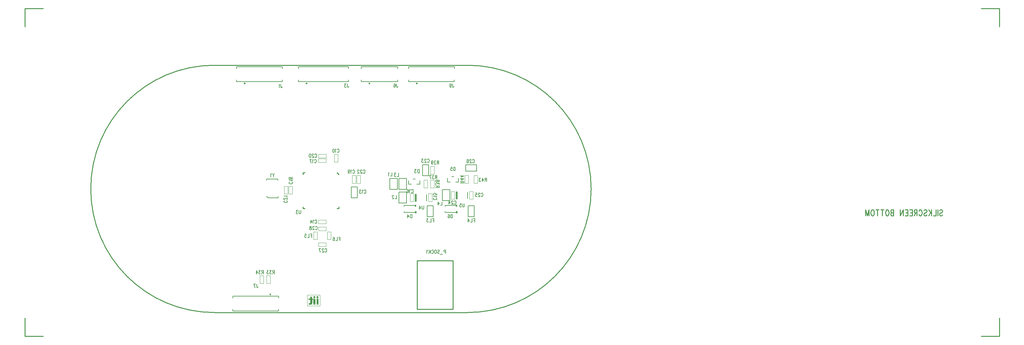
<source format=gbr>
*
*
G04 PADS 9.4.1 Build Number: 494907 generated Gerber (RS-274-X) file*
G04 PC Version=2.1*
*
%IN "JOG.pcb"*%
*
%MOIN*%
*
%FSLAX35Y35*%
*
*
*
*
G04 PC Standard Apertures*
*
*
G04 Thermal Relief Aperture macro.*
%AMTER*
1,1,$1,0,0*
1,0,$1-$2,0,0*
21,0,$3,$4,0,0,45*
21,0,$3,$4,0,0,135*
%
*
*
G04 Annular Aperture macro.*
%AMANN*
1,1,$1,0,0*
1,0,$2,0,0*
%
*
*
G04 Odd Aperture macro.*
%AMODD*
1,1,$1,0,0*
1,0,$1-0.005,0,0*
%
*
*
G04 PC Custom Aperture Macros*
*
*
*
*
*
*
G04 PC Aperture Table*
*
%ADD010C,0.001*%
%ADD011C,0.004*%
%ADD012C,0.01*%
%ADD014C,0.006*%
%ADD015C,0.00591*%
%ADD016C,0.01575*%
%ADD017C,0.00787*%
%ADD022C,0.008*%
*
*
*
*
G04 PC Circuitry*
G04 Layer Name JOG.pcb - circuitry*
%LPD*%
*
*
G04 PC Custom Flashes*
G04 Layer Name JOG.pcb - flashes*
%LPD*%
*
*
G04 PC Circuitry*
G04 Layer Name JOG.pcb - circuitry*
%LPD*%
*
G54D10*
G54D11*
G01X1804654Y1619948D02*
X1808654D01*
Y1611548*
X1804654*
Y1619948*
X1795854Y1547748D02*
Y1543748D01*
X1787454*
Y1547748*
X1795854*
X1912000Y1568300D02*
X1908000D01*
Y1576700*
X1912000*
Y1568300*
X1888000Y1576700D02*
X1892000D01*
Y1568300*
X1888000*
Y1576700*
X1795854Y1615248D02*
Y1611248D01*
X1787454*
Y1615248*
X1795854*
X1758654Y1576548D02*
X1754654D01*
Y1584948*
X1758654*
Y1576548*
X1824500Y1596700D02*
X1828500D01*
Y1588300*
X1824500*
Y1596700*
X1795854Y1620248D02*
Y1616248D01*
X1787454*
Y1620248*
X1795854*
X1753654Y1576548D02*
X1749654D01*
Y1584948*
X1753654*
Y1576548*
X1829500Y1596700D02*
X1833500D01*
Y1588300*
X1829500*
Y1596700*
X1933000Y1579200D02*
X1937000D01*
Y1570800*
X1933000*
Y1579200*
X1957000Y1570800D02*
X1953000D01*
Y1579200*
X1957000*
Y1570800*
X1787454Y1518748D02*
Y1522748D01*
X1795854*
Y1518748*
X1787454*
Y1536248D02*
Y1540248D01*
X1795854*
Y1536248*
X1787454*
X1786154Y1526548D02*
X1782154D01*
Y1534948*
X1786154*
Y1526548*
X1801154D02*
X1797154D01*
Y1534948*
X1801154*
Y1526548*
X1734500Y1478300D02*
X1730500D01*
Y1486700*
X1734500*
Y1478300*
X1723000Y1486700D02*
X1727000D01*
Y1478300*
X1723000*
Y1486700*
X1903000Y1591700D02*
X1907000D01*
Y1583300*
X1903000*
Y1591700*
X1914500Y1583300D02*
X1910500D01*
Y1591700*
X1914500*
Y1583300*
Y1598300D02*
X1910500D01*
Y1606700*
X1914500*
Y1598300*
X1958000Y1596700D02*
X1962000D01*
Y1588300*
X1958000*
Y1596700*
X1948000D02*
X1952000D01*
Y1588300*
X1948000*
Y1596700*
X1775677Y1465355D02*
Y1465341D01*
X1775620*
Y1465328*
X1775555*
Y1465315*
X1775503*
Y1465302*
X1775464*
Y1465289*
X1775437*
Y1465276*
X1775398*
Y1465263*
X1775372*
Y1465250*
X1775346*
Y1465237*
X1775320*
Y1465224*
X1775307*
Y1465211*
X1775281*
Y1465198*
X1775255*
Y1465185*
X1775242*
Y1465172*
X1775229*
Y1465159*
X1775203*
Y1465146*
X1775190*
Y1465133*
X1775177*
Y1465120*
X1775164*
Y1465107*
X1775151*
Y1465094*
X1775138*
Y1465081*
X1775125*
Y1465068*
X1775112*
Y1465055*
X1775099*
Y1465042*
X1775086*
Y1465029*
X1775073*
Y1465003*
X1775060*
Y1464990*
X1775047*
Y1464964*
X1775034*
Y1464951*
X1775021*
Y1464924*
X1775008*
Y1464898*
X1774995*
Y1464872*
X1774982*
Y1464846*
X1774969*
Y1464807*
X1774956*
Y1464768*
X1774943*
Y1464716*
X1774930*
Y1454143*
X1774943*
Y1454091*
X1774956*
Y1454052*
X1774969*
Y1454013*
X1774982*
Y1453987*
X1774995*
Y1453961*
X1775008*
Y1453935*
X1775021*
Y1453909*
X1775034*
Y1453896*
X1775047*
Y1453870*
X1775060*
Y1453857*
X1775073*
Y1453831*
X1775086*
Y1453818*
X1775099*
Y1453805*
X1775112*
Y1453792*
X1775125*
Y1453779*
X1775138*
Y1453766*
X1775151*
Y1453753*
X1775164*
Y1453740*
X1775177*
Y1453727*
X1775190*
Y1453714*
X1775203*
Y1453701*
X1775229*
Y1453687*
X1775229D02*
X1775242D01*
X1775242D02*
Y1453674D01*
X1775255*
Y1453661*
X1775281*
Y1453648*
X1775307*
Y1453635*
X1775320*
Y1453622*
X1775346*
Y1453609*
X1775372*
Y1453596*
X1775398*
Y1453583*
X1775437*
Y1453570*
X1775464*
Y1453557*
X1775516*
Y1453544*
X1775633*
Y1453531*
X1789083*
Y1464703*
X1789070*
Y1464768*
X1789057*
Y1464807*
X1789044*
Y1464846*
X1789031*
Y1464872*
X1789018*
Y1464898*
X1789005*
Y1464924*
X1788992*
Y1464951*
X1788979*
Y1464964*
X1788966*
Y1464990*
X1788953*
Y1465003*
X1788940*
Y1465016*
X1788927*
Y1465042*
X1788914*
Y1465055*
X1788901*
Y1465068*
X1788888*
Y1465081*
X1788875*
Y1465094*
X1788862*
Y1465107*
X1788849*
Y1465120*
X1788836*
Y1465133*
X1788823*
Y1465146*
X1788810*
Y1465159*
X1788784*
Y1465172*
X1788771*
Y1465185*
X1788745*
Y1465198*
X1788732*
Y1465211*
X1788706*
Y1465224*
X1788693*
Y1465237*
X1788667*
Y1465250*
X1788641*
Y1465263*
X1788615*
Y1465276*
X1788576*
Y1465289*
X1788549*
Y1465302*
X1788497*
Y1465315*
X1788458*
Y1465328*
X1788393*
Y1465341*
X1788338*
Y1465354*
X1775677Y1465355*
X1778471Y1463505D02*
Y1461370D01*
X1776779*
Y1460367*
X1778471*
Y1456930*
X1778458*
Y1456786*
X1778445*
Y1456695*
X1778432*
Y1456643*
X1778419*
Y1456591*
X1778406*
Y1456539*
X1778393*
Y1456500*
X1778380*
Y1456474*
X1778367*
Y1456448*
X1778354*
Y1456422*
X1778341*
Y1456396*
X1778328*
Y1456370*
X1778315*
Y1456357*
X1778302*
Y1456331*
X1778289*
Y1456318*
X1778276*
Y1456305*
X1778263*
Y1456292*
X1778250*
Y1456279*
X1778237*
Y1456266*
X1778224*
Y1456253*
X1778211*
Y1456240*
X1778185*
Y1456227*
X1778172*
Y1456214*
X1778146*
Y1456201*
X1778120*
Y1456187*
X1778094*
Y1456174*
X1778068*
Y1456161*
X1778029*
Y1456148*
X1777977*
Y1456135*
X1777924*
Y1456122*
X1777833*
Y1456109*
X1777443*
Y1456122*
X1777326*
Y1456135*
X1777234*
Y1456148*
X1777169*
Y1456161*
X1777104*
Y1456174*
X1777039*
Y1456187*
X1776987*
Y1456201*
X1776935*
Y1456214*
X1776896*
Y1456227*
X1776844*
Y1456240*
X1776831*
Y1455211*
X1776857*
Y1455198*
X1776883*
Y1455185*
X1776922*
Y1455172*
X1776961*
Y1455159*
X1777000*
Y1455146*
X1777039*
Y1455133*
X1777091*
Y1455120*
X1777143*
Y1455107*
X1777195*
Y1455094*
X1777260*
Y1455081*
X1777326*
Y1455068*
X1777391*
Y1455055*
X1777469*
Y1455042*
X1777573*
Y1455029*
X1777677*
Y1455016*
X1777807*
Y1455003*
X1777990*
Y1454990*
X1778589*
Y1455003*
X1778706*
Y1455016*
X1778784*
Y1455029*
X1778849*
Y1455042*
X1778901*
Y1455055*
X1778953*
Y1455068*
X1778992*
Y1455081*
X1779031*
Y1455094*
X1779070*
Y1455107*
X1779109*
Y1455120*
X1779135*
Y1455133*
X1779174*
Y1455146*
X1779201*
Y1455159*
X1779227*
Y1455172*
X1779253*
Y1455185*
X1779279*
Y1455198*
X1779305*
Y1455211*
X1779331*
Y1455224*
X1779357*
Y1455237*
X1779370*
Y1455250*
X1779396*
Y1455263*
X1779409*
Y1455276*
X1779435*
Y1455289*
X1779448*
Y1455302*
X1779474*
Y1455315*
X1779487*
Y1455328*
X1779513*
Y1455341*
X1779526*
Y1455354*
X1779539*
Y1455367*
X1779552*
Y1455380*
X1779578*
Y1455393*
X1779591*
Y1455406*
X1779604*
Y1455419*
X1779617*
Y1455432*
X1779630*
Y1455445*
X1779643*
Y1455458*
X1779656*
Y1455471*
X1779669*
Y1455484*
X1779682*
Y1455497*
X1779695*
Y1455510*
X1779708*
Y1455523*
X1779721*
Y1455536*
X1779734*
Y1455549*
X1779747*
Y1455562*
X1779747D02*
X1779760D01*
X1779760D02*
Y1455576D01*
X1779773*
Y1455589*
X1779786*
Y1455602*
X1779799*
Y1455628*
X1779812*
X1779812D02*
Y1455641D01*
X1779812D02*
X1779826D01*
Y1455654*
X1779839*
Y1455680*
X1779852*
Y1455693*
X1779865*
Y1455706*
X1779878*
Y1455732*
X1779891*
Y1455745*
X1779904*
Y1455771*
X1779917*
Y1455784*
X1779930*
Y1455810*
X1779943*
Y1455836*
X1779956*
Y1455849*
X1779969*
Y1455875*
X1779982*
Y1455901*
X1779995*
Y1455927*
X1780008*
Y1455953*
X1780021*
Y1455979*
X1780034*
Y1456005*
X1780047*
Y1456044*
X1780060*
Y1456070*
X1780073*
Y1456096*
X1780086*
Y1456135*
X1780099*
Y1456174*
X1780112*
Y1456214*
X1780125*
Y1456253*
X1780138*
Y1456292*
X1780151*
Y1456344*
X1780164*
Y1456396*
X1780177*
Y1456448*
X1780190*
Y1456513*
X1780203*
Y1456578*
X1780216*
Y1456656*
X1780229*
Y1456760*
X1780242*
Y1456904*
X1780255*
Y1460380*
X1781023*
Y1461318*
X1780854*
Y1461331*
X1780620*
Y1461344*
X1780372*
Y1461357*
X1780190*
Y1461383*
X1780177*
Y1461435*
X1780164*
Y1461487*
X1780151*
Y1461526*
X1780138*
Y1461578*
X1780125*
Y1461617*
X1780112*
Y1461669*
X1780099*
Y1461721*
X1780086*
Y1461760*
X1780073*
Y1461812*
X1780060*
Y1461852*
X1780047*
Y1461904*
X1780034*
Y1461956*
X1780021*
Y1461995*
X1780008*
Y1462047*
X1779995*
Y1462086*
X1779982*
Y1462138*
X1779969*
Y1462190*
X1779956*
Y1462229*
X1779943*
Y1462281*
X1779930*
Y1462320*
X1779917*
Y1462372*
X1779904*
Y1462424*
X1779891*
Y1462464*
X1779878*
Y1462516*
X1779865*
Y1462555*
X1779852*
Y1462607*
X1779839*
Y1462659*
X1779826*
Y1462698*
X1779812*
X1779812D02*
Y1462750D01*
X1779812D02*
X1779799D01*
Y1462789*
X1779786*
Y1462841*
X1779773*
Y1462893*
X1779760*
Y1462932*
X1779747*
Y1462984*
X1779734*
Y1463023*
X1779721*
Y1463076*
X1779708*
Y1463128*
X1779695*
Y1463167*
X1779682*
Y1463219*
X1779669*
Y1463271*
X1779656*
Y1463310*
X1779643*
Y1463362*
X1779630*
Y1463401*
X1779617*
Y1463453*
X1779604*
Y1463505*
X1778471*
X1785398Y1461500D02*
Y1455042D01*
X1787195*
Y1461500*
X1785398*
X1782000D02*
Y1455042D01*
X1783797*
Y1461500*
X1782000*
G54D12*
X1707005Y1697835D02*
G75*
G03X1707005I-548J0D01*
G01X1774918D02*
G03X1774918I-548J0D01*
G01X1843816D02*
G03X1843816I-548J0D01*
G01X1735115Y1466102D02*
G03X1735115I-548J0D01*
G01X1895981Y1697835D02*
G03X1895981I-548J0D01*
G01X1935079Y1503228D02*
Y1449685D01*
X1895709*
Y1503228*
X1935079*
X1809685Y1562283D02*
Y1560315D01*
X1807717*
X1772283D02*
X1770315D01*
Y1562283*
Y1597717D02*
Y1599685D01*
X1772283*
X1807717D02*
X1809685Y1597717D01*
X2469318Y1558125D02*
X2469773Y1558750D01*
X2470455Y1559063*
X2470455D02*
X2471364D01*
X2471364D02*
X2472045Y1558750D01*
X2472500Y1558125*
Y1557500*
X2472273Y1556875*
X2472045Y1556563*
X2472045D02*
X2471591Y1556250D01*
X2470227Y1555625*
X2469773Y1555313*
X2469773D02*
X2469545Y1555000D01*
X2469318Y1554375*
Y1553438*
X2469318D02*
X2469773Y1552813D01*
X2469773D02*
X2470455Y1552500D01*
X2471364*
X2472045Y1552813*
X2472045D02*
X2472500Y1553438D01*
X2467273Y1559063D02*
Y1552500D01*
X2465227Y1559063D02*
Y1552500D01*
X2462500*
X2460455Y1559063D02*
Y1552500D01*
X2457273Y1559063D02*
X2460455Y1554688D01*
X2459318Y1556250D02*
X2457273Y1552500D01*
X2452045Y1558125D02*
X2452500Y1558750D01*
X2453182Y1559063*
X2453182D02*
X2454091D01*
X2454091D02*
X2454773Y1558750D01*
X2455227Y1558125*
Y1557500*
X2455000Y1556875*
X2454773Y1556563*
X2454773D02*
X2454318Y1556250D01*
X2452955Y1555625*
X2452500Y1555313*
X2452500D02*
X2452273Y1555000D01*
X2452045Y1554375*
Y1553438*
X2452045D02*
X2452500Y1552813D01*
X2452500D02*
X2453182Y1552500D01*
X2454091*
X2454773Y1552813*
X2454773D02*
X2455227Y1553438D01*
X2446591Y1557500D02*
X2446818Y1558125D01*
X2447273Y1558750*
X2447727Y1559063*
X2447727D02*
X2448636D01*
X2448636D02*
X2449091Y1558750D01*
X2449545Y1558125*
X2449773Y1557500*
X2450000Y1556563*
X2450000D02*
Y1555000D01*
X2449773Y1554063*
X2449773D02*
X2449545Y1553438D01*
X2449545D02*
X2449091Y1552813D01*
X2449091D02*
X2448636Y1552500D01*
X2447727*
X2447273Y1552813*
X2447273D02*
X2446818Y1553438D01*
X2446818D02*
X2446591Y1554063D01*
X2444545Y1559063D02*
Y1552500D01*
Y1559063D02*
X2442500D01*
X2442500D02*
X2441818Y1558750D01*
X2441591Y1558438*
X2441591D02*
X2441364Y1557813D01*
X2441364D02*
Y1557188D01*
X2441364D02*
X2441591Y1556563D01*
X2441591D02*
X2441818Y1556250D01*
X2442500Y1555938*
X2442500D02*
X2444545D01*
X2442955D02*
X2441364Y1552500D01*
X2439318Y1559063D02*
Y1552500D01*
Y1559063D02*
X2436364D01*
X2439318Y1555938D02*
X2437500D01*
X2439318Y1552500D02*
X2436364D01*
X2434318Y1559063D02*
Y1552500D01*
Y1559063D02*
X2431364D01*
X2434318Y1555938D02*
X2432500D01*
X2434318Y1552500D02*
X2431364D01*
X2429318Y1559063D02*
Y1552500D01*
Y1559063D02*
X2426136Y1552500D01*
Y1559063D02*
Y1552500D01*
X2418864Y1559063D02*
Y1552500D01*
Y1559063D02*
X2416818D01*
X2416818D02*
X2416136Y1558750D01*
X2415909Y1558438*
X2415909D02*
X2415682Y1557813D01*
X2415682D02*
Y1557188D01*
X2415682D02*
X2415909Y1556563D01*
X2415909D02*
X2416136Y1556250D01*
X2416818Y1555938*
X2418864D02*
X2416818D01*
X2416818D02*
X2416136Y1555625D01*
X2415909Y1555313*
X2415909D02*
X2415682Y1554688D01*
X2415682D02*
Y1553750D01*
X2415909Y1553125*
X2416136Y1552813*
X2416136D02*
X2416818Y1552500D01*
X2418864*
X2412273Y1559063D02*
X2412727Y1558750D01*
X2413182Y1558125*
X2413409Y1557500*
X2413636Y1556563*
X2413636D02*
Y1555000D01*
X2413409Y1554063*
X2413409D02*
X2413182Y1553438D01*
X2413182D02*
X2412727Y1552813D01*
X2412727D02*
X2412273Y1552500D01*
X2411364*
X2410909Y1552813*
X2410909D02*
X2410455Y1553438D01*
X2410455D02*
X2410227Y1554063D01*
X2410227D02*
X2410000Y1555000D01*
Y1556563*
X2410000D02*
X2410227Y1557500D01*
X2410455Y1558125*
X2410909Y1558750*
X2411364Y1559063*
X2411364D02*
X2412273D01*
X2406364D02*
Y1552500D01*
X2407955Y1559063D02*
X2404773D01*
X2401136D02*
Y1552500D01*
X2402727Y1559063D02*
X2399545D01*
X2396136D02*
X2396591Y1558750D01*
X2397045Y1558125*
X2397273Y1557500*
X2397500Y1556563*
X2397500D02*
Y1555000D01*
X2397273Y1554063*
X2397273D02*
X2397045Y1553438D01*
X2397045D02*
X2396591Y1552813D01*
X2396591D02*
X2396136Y1552500D01*
X2395227*
X2394773Y1552813*
X2394773D02*
X2394318Y1553438D01*
X2394318D02*
X2394091Y1554063D01*
X2394091D02*
X2393864Y1555000D01*
Y1556563*
X2393864D02*
X2394091Y1557500D01*
X2394318Y1558125*
X2394773Y1558750*
X2395227Y1559063*
X2395227D02*
X2396136D01*
X2391818D02*
Y1552500D01*
Y1559063D02*
X2390000Y1552500D01*
X2388182Y1559063D02*
X2390000Y1552500D01*
X2388182Y1559063D02*
Y1552500D01*
X1673001Y1446142D02*
X1950955D01*
G03Y1717795I0J135827*
G01X1673001*
X1672971D02*
G03Y1446142I237J-135826D01*
G01X1465000Y1440000D02*
Y1420000D01*
X1485000*
Y1780000D02*
X1465000D01*
Y1760000*
X2535000D02*
Y1780000D01*
X2515000*
Y1420000D02*
X2535000D01*
Y1440000*
G54D14*
X1830079Y1572224D02*
Y1584272D01*
X1823228*
Y1572224*
X1830079*
X1901575Y1608524D02*
Y1596476D01*
X1908425*
Y1608524*
X1901575*
X1948976Y1601575D02*
X1961024D01*
Y1608425*
X1948976*
Y1601575*
X1913425Y1551476D02*
Y1563524D01*
X1906575*
Y1551476*
X1913425*
X1951575Y1563524D02*
Y1551476D01*
X1958425*
Y1563524*
X1951575*
X1874134Y1581476D02*
Y1593524D01*
X1865866*
Y1581476*
X1874134*
X1884134Y1566476D02*
Y1578524D01*
X1875866*
Y1566476*
X1884134*
Y1581476D02*
Y1593524D01*
X1875866*
Y1581476*
X1884134*
X1931634Y1568976D02*
Y1581024D01*
X1923366*
Y1568976*
X1931634*
X1905906Y1568957D02*
Y1575846D01*
X1950906Y1571457D02*
Y1578346D01*
X1778577Y1461255D02*
X1776877D01*
Y1460455*
X1778577*
Y1456630*
X1777878Y1455931*
X1776977Y1456095*
Y1455309*
X1778485Y1455057*
G03X1780177Y1456770I-230J1919*
G01Y1460455*
X1780877*
Y1461255*
X1780157*
X1779457Y1463455*
X1778577*
Y1461255*
X1776877Y1460996D02*
X1780877D01*
X1776877Y1460456D02*
X1780877D01*
X1778577Y1459916D02*
X1780177D01*
X1778577Y1459376D02*
X1780177D01*
X1778577Y1458836D02*
X1780177D01*
X1778577Y1458296D02*
X1780177D01*
X1778577Y1457756D02*
X1780177D01*
X1778577Y1457216D02*
X1780177D01*
X1778577Y1456676D02*
X1780164D01*
X1778577Y1461536D02*
X1780068D01*
X1778082Y1456136D02*
X1779996D01*
X1778577Y1462076D02*
X1779896D01*
X1778577Y1462616D02*
X1779724D01*
X1776977Y1455596D02*
X1779608D01*
X1778577Y1463156D02*
X1779552D01*
G54D15*
X1889500Y1587047D02*
X1886398D01*
Y1591181*
X1895500Y1587047D02*
X1898602D01*
Y1591181*
X1891319Y1592953D02*
X1893681D01*
X1893996Y1563937D02*
X1881398D01*
Y1562902*
X1894193Y1556063D02*
X1881461D01*
Y1557110*
X1932000Y1589547D02*
X1928898D01*
Y1593681*
X1938000Y1589547D02*
X1941102D01*
Y1593681*
X1933819Y1595453D02*
X1936181D01*
X1938996Y1563937D02*
X1926398D01*
Y1562902*
X1939193Y1556063D02*
X1926461D01*
Y1557110*
X1697402Y1701654D02*
Y1699685D01*
X1747559*
Y1701654*
X1697480Y1714252D02*
Y1716220D01*
X1747598*
Y1714252*
X1765354Y1701654D02*
Y1699685D01*
X1820354*
Y1701654*
X1765354Y1714252D02*
Y1716220D01*
X1820354*
Y1714252*
X1834291Y1701654D02*
Y1699685D01*
X1874449*
Y1701654*
X1834291Y1714252D02*
Y1716220D01*
X1874449*
Y1714252*
X1743622Y1462283D02*
Y1464252D01*
X1693465*
Y1462283*
X1743543Y1449685D02*
Y1447717D01*
X1693425*
Y1449685*
X1886378Y1701654D02*
Y1699685D01*
X1936535*
Y1701654*
X1886457Y1714252D02*
Y1716220D01*
X1936575*
Y1714252*
G54D16*
X1893874Y1563740D02*
Y1563354D01*
X1894024Y1556697D02*
Y1556260D01*
X1938874Y1563740D02*
Y1563354D01*
X1939024Y1556697D02*
Y1556260D01*
X1894094Y1568957D02*
Y1575846D01*
X1939094Y1571457D02*
Y1578346D01*
G54D17*
X1742874Y1591555D02*
Y1592700D01*
X1730362Y1592684*
Y1591555*
X1730236Y1573799D02*
X1731929Y1572106D01*
X1742953*
Y1573917*
G54D22*
X1807955Y1625000D02*
X1808091Y1625375D01*
X1808364Y1625750*
X1808636Y1625937*
X1808636D02*
X1809182D01*
X1809182D02*
X1809455Y1625750D01*
X1809727Y1625375*
X1809864Y1625000*
X1810000Y1624437*
X1810000D02*
Y1623500D01*
X1809864Y1622937*
X1809864D02*
X1809727Y1622562D01*
X1809727D02*
X1809455Y1622187D01*
X1809455D02*
X1809182Y1622000D01*
X1808636*
X1808364Y1622187*
X1808364D02*
X1808091Y1622562D01*
X1808091D02*
X1807955Y1622937D01*
X1806727Y1625187D02*
X1806455Y1625375D01*
X1806045Y1625937*
X1806045D02*
Y1622000D01*
X1804000Y1625937D02*
X1804409Y1625750D01*
X1804682Y1625187*
X1804682D02*
X1804818Y1624250D01*
Y1623687*
X1804818D02*
X1804682Y1622750D01*
X1804409Y1622187*
X1804409D02*
X1804000Y1622000D01*
X1803727*
X1803318Y1622187*
X1803318D02*
X1803045Y1622750D01*
X1802909Y1623687*
X1802909D02*
Y1624250D01*
X1803045Y1625187*
X1803045D02*
X1803318Y1625750D01*
X1803727Y1625937*
X1803727D02*
X1804000D01*
X1837455Y1580000D02*
X1837591Y1580375D01*
X1837864Y1580750*
X1838136Y1580938*
X1838136D02*
X1838682D01*
X1838682D02*
X1838955Y1580750D01*
X1839227Y1580375*
X1839364Y1580000*
X1839500Y1579438*
X1839500D02*
Y1578500D01*
X1839364Y1577938*
X1839364D02*
X1839227Y1577563D01*
X1839227D02*
X1838955Y1577188D01*
X1838955D02*
X1838682Y1577000D01*
X1838136*
X1837864Y1577188*
X1837864D02*
X1837591Y1577563D01*
X1837591D02*
X1837455Y1577938D01*
X1836227Y1580188D02*
X1835955Y1580375D01*
X1835545Y1580938*
X1835545D02*
Y1577000D01*
X1834045Y1580938D02*
X1832545D01*
X1832545D02*
X1833364Y1579438D01*
X1833364D02*
X1832955D01*
X1832955D02*
X1832682Y1579250D01*
X1832545Y1579063*
X1832545D02*
X1832409Y1578500D01*
Y1578125*
X1832545Y1577563*
X1832545D02*
X1832818Y1577188D01*
X1832818D02*
X1833227Y1577000D01*
X1833636*
X1834045Y1577188*
X1834045D02*
X1834182Y1577375D01*
X1834318Y1577750*
X1783455Y1547000D02*
X1783591Y1547375D01*
X1783864Y1547750*
X1784136Y1547938*
X1784136D02*
X1784682D01*
X1784682D02*
X1784955Y1547750D01*
X1785227Y1547375*
X1785364Y1547000*
X1785500Y1546438*
X1785500D02*
Y1545500D01*
X1785364Y1544938*
X1785364D02*
X1785227Y1544563D01*
X1785227D02*
X1784955Y1544188D01*
X1784955D02*
X1784682Y1544000D01*
X1784136*
X1783864Y1544188*
X1783864D02*
X1783591Y1544563D01*
X1783591D02*
X1783455Y1544938D01*
X1782227Y1547188D02*
X1781955Y1547375D01*
X1781545Y1547938*
X1781545D02*
Y1544000D01*
X1778955Y1547938D02*
X1780318Y1545313D01*
X1780318D02*
X1778273D01*
X1778955Y1547938D02*
Y1544000D01*
X1916500Y1572045D02*
X1916875Y1571909D01*
X1917250Y1571636*
X1917438Y1571364*
X1917438D02*
Y1570818D01*
X1917438D02*
X1917250Y1570545D01*
X1916875Y1570273*
X1916500Y1570136*
X1915938Y1570000*
X1915938D02*
X1915000D01*
X1914438Y1570136*
X1914438D02*
X1914063Y1570273D01*
X1914063D02*
X1913688Y1570545D01*
X1913688D02*
X1913500Y1570818D01*
Y1571364*
X1913688Y1571636*
X1913688D02*
X1914063Y1571909D01*
X1914063D02*
X1914438Y1572045D01*
X1916688Y1573273D02*
X1916875Y1573545D01*
X1917438Y1573955*
X1917438D02*
X1913500D01*
X1917438Y1576955D02*
Y1575591D01*
X1917438D02*
X1915750Y1575455D01*
X1915938Y1575591*
X1915938D02*
X1916125Y1576000D01*
Y1576409*
X1915938Y1576818*
X1915938D02*
X1915563Y1577091D01*
X1915563D02*
X1915000Y1577227D01*
X1914625Y1577091*
X1914063Y1576955*
X1914063D02*
X1913688Y1576682D01*
X1913688D02*
X1913500Y1576273D01*
Y1575864*
X1913688Y1575455*
X1913688D02*
X1913875Y1575318D01*
X1914250Y1575182*
X1889455Y1580500D02*
X1889591Y1580875D01*
X1889864Y1581250*
X1890136Y1581438*
X1890136D02*
X1890682D01*
X1890682D02*
X1890955Y1581250D01*
X1891227Y1580875*
X1891364Y1580500*
X1891500Y1579938*
X1891500D02*
Y1579000D01*
X1891364Y1578438*
X1891364D02*
X1891227Y1578063D01*
X1891227D02*
X1890955Y1577688D01*
X1890955D02*
X1890682Y1577500D01*
X1890136*
X1889864Y1577688*
X1889864D02*
X1889591Y1578063D01*
X1889591D02*
X1889455Y1578438D01*
X1888227Y1580688D02*
X1887955Y1580875D01*
X1887545Y1581438*
X1887545D02*
Y1577500D01*
X1884682Y1580875D02*
X1884818Y1581250D01*
X1885227Y1581438*
X1885227D02*
X1885500D01*
X1885500D02*
X1885909Y1581250D01*
X1886182Y1580688*
X1886182D02*
X1886318Y1579750D01*
Y1578813*
X1886318D02*
X1886182Y1578063D01*
X1886182D02*
X1885909Y1577688D01*
X1885909D02*
X1885500Y1577500D01*
X1885364*
X1884955Y1577688*
X1884955D02*
X1884682Y1578063D01*
X1884682D02*
X1884545Y1578625D01*
Y1578813*
X1884545D02*
X1884682Y1579375D01*
X1884955Y1579750*
X1885364Y1579938*
X1885364D02*
X1885500D01*
X1885500D02*
X1885909Y1579750D01*
X1886182Y1579375*
X1886318Y1578813*
X1782955Y1613500D02*
X1783091Y1613875D01*
X1783364Y1614250*
X1783636Y1614438*
X1783636D02*
X1784182D01*
X1784182D02*
X1784455Y1614250D01*
X1784727Y1613875*
X1784864Y1613500*
X1785000Y1612938*
X1785000D02*
Y1612000D01*
X1784864Y1611438*
X1784864D02*
X1784727Y1611063D01*
X1784727D02*
X1784455Y1610688D01*
X1784455D02*
X1784182Y1610500D01*
X1783636*
X1783364Y1610688*
X1783364D02*
X1783091Y1611063D01*
X1783091D02*
X1782955Y1611438D01*
X1781727Y1613688D02*
X1781455Y1613875D01*
X1781045Y1614438*
X1781045D02*
Y1610500D01*
X1777909Y1614438D02*
X1779273Y1610500D01*
X1779818Y1614438D02*
X1777909D01*
X1758000Y1589545D02*
X1758375Y1589409D01*
X1758750Y1589136*
X1758938Y1588864*
Y1588318*
X1758750Y1588045*
X1758375Y1587773*
X1758000Y1587636*
X1757438Y1587500*
X1756500*
X1755938Y1587636*
X1755563Y1587773*
X1755188Y1588045*
X1755000Y1588318*
Y1588864*
X1755188Y1589136*
X1755563Y1589409*
X1755938Y1589545*
X1758188Y1590773D02*
X1758375Y1591045D01*
X1758938Y1591455*
X1755000*
X1758938Y1593364D02*
X1758750Y1592955D01*
X1758375Y1592818*
X1758000*
X1757625Y1592955*
X1757438Y1593227*
X1757250Y1593773*
X1757063Y1594182*
X1756688Y1594455*
X1756313Y1594591*
X1755750*
X1755375Y1594455*
X1755188Y1594318*
X1755000Y1593909*
Y1593364*
X1755188Y1592955*
X1755375Y1592818*
X1755750Y1592682*
X1756313*
X1756688Y1592818*
X1757063Y1593091*
X1757250Y1593500*
X1757438Y1594045*
X1757625Y1594318*
X1758000Y1594455*
X1758375*
X1758750Y1594318*
X1758938Y1593909*
Y1593364*
X1824955Y1602000D02*
X1825091Y1602375D01*
X1825364Y1602750*
X1825636Y1602938*
X1825636D02*
X1826182D01*
X1826182D02*
X1826455Y1602750D01*
X1826727Y1602375*
X1826864Y1602000*
X1827000Y1601438*
X1827000D02*
Y1600500D01*
X1826864Y1599938*
X1826864D02*
X1826727Y1599563D01*
X1826727D02*
X1826455Y1599188D01*
X1826455D02*
X1826182Y1599000D01*
X1825636*
X1825364Y1599188*
X1825364D02*
X1825091Y1599563D01*
X1825091D02*
X1824955Y1599938D01*
X1823727Y1602188D02*
X1823455Y1602375D01*
X1823045Y1602938*
X1823045D02*
Y1599000D01*
X1820045Y1601625D02*
X1820182Y1601063D01*
X1820182D02*
X1820455Y1600688D01*
X1820455D02*
X1820864Y1600500D01*
X1821000*
X1821409Y1600688*
X1821409D02*
X1821682Y1601063D01*
X1821682D02*
X1821818Y1601625D01*
Y1601813*
X1821818D02*
X1821682Y1602375D01*
X1821409Y1602750*
X1821000Y1602938*
X1821000D02*
X1820864D01*
X1820864D02*
X1820455Y1602750D01*
X1820182Y1602375*
X1820045Y1601625*
Y1600688*
X1820045D02*
X1820182Y1599750D01*
X1820455Y1599188*
X1820455D02*
X1820864Y1599000D01*
X1821136*
X1821545Y1599188*
X1821545D02*
X1821682Y1599563D01*
X1783455Y1619500D02*
X1783591Y1619875D01*
X1783864Y1620250*
X1784136Y1620438*
X1784136D02*
X1784682D01*
X1784682D02*
X1784955Y1620250D01*
X1785227Y1619875*
X1785364Y1619500*
X1785500Y1618938*
X1785500D02*
Y1618000D01*
X1785364Y1617438*
X1785364D02*
X1785227Y1617063D01*
X1785227D02*
X1784955Y1616688D01*
X1784955D02*
X1784682Y1616500D01*
X1784136*
X1783864Y1616688*
X1783864D02*
X1783591Y1617063D01*
X1783591D02*
X1783455Y1617438D01*
X1782091Y1619500D02*
Y1619688D01*
X1782091D02*
X1781955Y1620063D01*
X1781955D02*
X1781818Y1620250D01*
X1781545Y1620438*
X1781545D02*
X1781000D01*
X1781000D02*
X1780727Y1620250D01*
X1780591Y1620063*
X1780591D02*
X1780455Y1619688D01*
X1780455D02*
Y1619313D01*
X1780455D02*
X1780591Y1618938D01*
X1780591D02*
X1780864Y1618375D01*
X1782227Y1616500*
X1780318*
X1778273Y1620438D02*
X1778682Y1620250D01*
X1778955Y1619688*
X1778955D02*
X1779091Y1618750D01*
Y1618188*
X1779091D02*
X1778955Y1617250D01*
X1778682Y1616688*
X1778682D02*
X1778273Y1616500D01*
X1778000*
X1777591Y1616688*
X1777591D02*
X1777318Y1617250D01*
X1777182Y1618188*
X1777182D02*
Y1618750D01*
X1777318Y1619688*
X1777318D02*
X1777591Y1620250D01*
X1778000Y1620438*
X1778000D02*
X1778273D01*
X1752500Y1569045D02*
X1752875Y1568909D01*
X1753250Y1568636*
X1753438Y1568364*
X1753438D02*
Y1567818D01*
X1753438D02*
X1753250Y1567545D01*
X1752875Y1567273*
X1752500Y1567136*
X1751938Y1567000*
X1751938D02*
X1751000D01*
X1750438Y1567136*
X1750438D02*
X1750063Y1567273D01*
X1750063D02*
X1749688Y1567545D01*
X1749688D02*
X1749500Y1567818D01*
Y1568364*
X1749688Y1568636*
X1749688D02*
X1750063Y1568909D01*
X1750063D02*
X1750438Y1569045D01*
X1752500Y1570409D02*
X1752688D01*
X1752688D02*
X1753063Y1570545D01*
X1753063D02*
X1753250Y1570682D01*
X1753438Y1570955*
X1753438D02*
Y1571500D01*
X1753438D02*
X1753250Y1571773D01*
X1753063Y1571909*
X1753063D02*
X1752688Y1572045D01*
X1752688D02*
X1752313D01*
X1752313D02*
X1751938Y1571909D01*
X1751938D02*
X1751375Y1571636D01*
X1749500Y1570273*
Y1572182*
X1752688Y1573409D02*
X1752875Y1573682D01*
X1753438Y1574091*
X1753438D02*
X1749500D01*
X1836455Y1602000D02*
X1836591Y1602375D01*
X1836864Y1602750*
X1837136Y1602937*
X1837136D02*
X1837682D01*
X1837682D02*
X1837955Y1602750D01*
X1838227Y1602375*
X1838364Y1602000*
X1838500Y1601437*
X1838500D02*
Y1600500D01*
X1838364Y1599937*
X1838364D02*
X1838227Y1599562D01*
X1838227D02*
X1837955Y1599187D01*
X1837955D02*
X1837682Y1599000D01*
X1837136*
X1836864Y1599187*
X1836864D02*
X1836591Y1599562D01*
X1836591D02*
X1836455Y1599937D01*
X1835091Y1602000D02*
Y1602187D01*
X1835091D02*
X1834955Y1602562D01*
X1834955D02*
X1834818Y1602750D01*
X1834545Y1602937*
X1834545D02*
X1834000D01*
X1834000D02*
X1833727Y1602750D01*
X1833591Y1602562*
X1833591D02*
X1833455Y1602187D01*
X1833455D02*
Y1601812D01*
X1833455D02*
X1833591Y1601437D01*
X1833591D02*
X1833864Y1600875D01*
X1835227Y1599000*
X1833318*
X1831955Y1602000D02*
Y1602187D01*
X1831955D02*
X1831818Y1602562D01*
X1831818D02*
X1831682Y1602750D01*
X1831409Y1602937*
X1831409D02*
X1830864D01*
X1830864D02*
X1830591Y1602750D01*
X1830455Y1602562*
X1830455D02*
X1830318Y1602187D01*
X1830318D02*
Y1601812D01*
X1830318D02*
X1830455Y1601437D01*
X1830455D02*
X1830727Y1600875D01*
X1832091Y1599000*
X1830182*
X1906955Y1614000D02*
X1907091Y1614375D01*
X1907364Y1614750*
X1907636Y1614937*
X1907636D02*
X1908182D01*
X1908182D02*
X1908455Y1614750D01*
X1908727Y1614375*
X1908864Y1614000*
X1909000Y1613437*
X1909000D02*
Y1612500D01*
X1908864Y1611937*
X1908864D02*
X1908727Y1611562D01*
X1908727D02*
X1908455Y1611187D01*
X1908455D02*
X1908182Y1611000D01*
X1907636*
X1907364Y1611187*
X1907364D02*
X1907091Y1611562D01*
X1907091D02*
X1906955Y1611937D01*
X1905591Y1614000D02*
Y1614187D01*
X1905591D02*
X1905455Y1614562D01*
X1905455D02*
X1905318Y1614750D01*
X1905045Y1614937*
X1905045D02*
X1904500D01*
X1904500D02*
X1904227Y1614750D01*
X1904091Y1614562*
X1904091D02*
X1903955Y1614187D01*
X1903955D02*
Y1613812D01*
X1903955D02*
X1904091Y1613437D01*
X1904091D02*
X1904364Y1612875D01*
X1905727Y1611000*
X1903818*
X1902318Y1614937D02*
X1900818D01*
X1900818D02*
X1901636Y1613437D01*
X1901636D02*
X1901227D01*
X1901227D02*
X1900955Y1613250D01*
X1900818Y1613062*
X1900818D02*
X1900682Y1612500D01*
Y1612125*
X1900818Y1611562*
X1900818D02*
X1901091Y1611187D01*
X1901091D02*
X1901500Y1611000D01*
X1901909*
X1902318Y1611187*
X1902318D02*
X1902455Y1611375D01*
X1902591Y1611750*
X1936455Y1568000D02*
X1936591Y1568375D01*
X1936864Y1568750*
X1937136Y1568938*
X1937136D02*
X1937682D01*
X1937682D02*
X1937955Y1568750D01*
X1938227Y1568375*
X1938364Y1568000*
X1938500Y1567438*
X1938500D02*
Y1566500D01*
X1938364Y1565938*
X1938364D02*
X1938227Y1565563D01*
X1938227D02*
X1937955Y1565188D01*
X1937955D02*
X1937682Y1565000D01*
X1937136*
X1936864Y1565188*
X1936864D02*
X1936591Y1565563D01*
X1936591D02*
X1936455Y1565938D01*
X1935091Y1568000D02*
Y1568188D01*
X1935091D02*
X1934955Y1568563D01*
X1934955D02*
X1934818Y1568750D01*
X1934545Y1568938*
X1934545D02*
X1934000D01*
X1934000D02*
X1933727Y1568750D01*
X1933591Y1568563*
X1933591D02*
X1933455Y1568188D01*
X1933455D02*
Y1567813D01*
X1933455D02*
X1933591Y1567438D01*
X1933591D02*
X1933864Y1566875D01*
X1935227Y1565000*
X1933318*
X1930727Y1568938D02*
X1932091Y1566313D01*
X1932091D02*
X1930045D01*
X1930727Y1568938D02*
Y1565000D01*
X1965955Y1576500D02*
X1966091Y1576875D01*
X1966364Y1577250*
X1966636Y1577438*
X1966636D02*
X1967182D01*
X1967182D02*
X1967455Y1577250D01*
X1967727Y1576875*
X1967864Y1576500*
X1968000Y1575938*
X1968000D02*
Y1575000D01*
X1967864Y1574438*
X1967864D02*
X1967727Y1574063D01*
X1967727D02*
X1967455Y1573688D01*
X1967455D02*
X1967182Y1573500D01*
X1966636*
X1966364Y1573688*
X1966364D02*
X1966091Y1574063D01*
X1966091D02*
X1965955Y1574438D01*
X1964591Y1576500D02*
Y1576688D01*
X1964591D02*
X1964455Y1577063D01*
X1964455D02*
X1964318Y1577250D01*
X1964045Y1577438*
X1964045D02*
X1963500D01*
X1963500D02*
X1963227Y1577250D01*
X1963091Y1577063*
X1963091D02*
X1962955Y1576688D01*
X1962955D02*
Y1576313D01*
X1962955D02*
X1963091Y1575938D01*
X1963091D02*
X1963364Y1575375D01*
X1964727Y1573500*
X1962818*
X1959818Y1577438D02*
X1961182D01*
X1961182D02*
X1961318Y1575750D01*
X1961182Y1575938*
X1961182D02*
X1960773Y1576125D01*
X1960364*
X1959955Y1575938*
X1959955D02*
X1959682Y1575563D01*
X1959682D02*
X1959545Y1575000D01*
X1959682Y1574625*
X1959818Y1574063*
X1959818D02*
X1960091Y1573688D01*
X1960091D02*
X1960500Y1573500D01*
X1960909*
X1961318Y1573688*
X1961318D02*
X1961455Y1573875D01*
X1961591Y1574250*
X1956455Y1613500D02*
X1956591Y1613875D01*
X1956864Y1614250*
X1957136Y1614437*
X1957136D02*
X1957682D01*
X1957682D02*
X1957955Y1614250D01*
X1958227Y1613875*
X1958364Y1613500*
X1958500Y1612937*
X1958500D02*
Y1612000D01*
X1958364Y1611437*
X1958364D02*
X1958227Y1611062D01*
X1958227D02*
X1957955Y1610687D01*
X1957955D02*
X1957682Y1610500D01*
X1957136*
X1956864Y1610687*
X1956864D02*
X1956591Y1611062D01*
X1956591D02*
X1956455Y1611437D01*
X1955091Y1613500D02*
Y1613687D01*
X1955091D02*
X1954955Y1614062D01*
X1954955D02*
X1954818Y1614250D01*
X1954545Y1614437*
X1954545D02*
X1954000D01*
X1954000D02*
X1953727Y1614250D01*
X1953591Y1614062*
X1953591D02*
X1953455Y1613687D01*
X1953455D02*
Y1613312D01*
X1953455D02*
X1953591Y1612937D01*
X1953591D02*
X1953864Y1612375D01*
X1955227Y1610500*
X1953318*
X1950455Y1613875D02*
X1950591Y1614250D01*
X1951000Y1614437*
X1951000D02*
X1951273D01*
X1951273D02*
X1951682Y1614250D01*
X1951955Y1613687*
X1951955D02*
X1952091Y1612750D01*
Y1611812*
X1952091D02*
X1951955Y1611062D01*
X1951955D02*
X1951682Y1610687D01*
X1951682D02*
X1951273Y1610500D01*
X1951136*
X1950727Y1610687*
X1950727D02*
X1950455Y1611062D01*
X1950455D02*
X1950318Y1611625D01*
Y1611812*
X1950318D02*
X1950455Y1612375D01*
X1950727Y1612750*
X1951136Y1612937*
X1951136D02*
X1951273D01*
X1951273D02*
X1951682Y1612750D01*
X1951955Y1612375*
X1952091Y1611812*
X1794455Y1515500D02*
X1794591Y1515875D01*
X1794864Y1516250*
X1795136Y1516438*
X1795136D02*
X1795682D01*
X1795682D02*
X1795955Y1516250D01*
X1796227Y1515875*
X1796364Y1515500*
X1796500Y1514938*
X1796500D02*
Y1514000D01*
X1796364Y1513438*
X1796364D02*
X1796227Y1513063D01*
X1796227D02*
X1795955Y1512688D01*
X1795955D02*
X1795682Y1512500D01*
X1795136*
X1794864Y1512688*
X1794864D02*
X1794591Y1513063D01*
X1794591D02*
X1794455Y1513438D01*
X1793091Y1515500D02*
Y1515688D01*
X1793091D02*
X1792955Y1516063D01*
X1792955D02*
X1792818Y1516250D01*
X1792545Y1516438*
X1792545D02*
X1792000D01*
X1792000D02*
X1791727Y1516250D01*
X1791591Y1516063*
X1791591D02*
X1791455Y1515688D01*
X1791455D02*
Y1515313D01*
X1791455D02*
X1791591Y1514938D01*
X1791591D02*
X1791864Y1514375D01*
X1793227Y1512500*
X1791318*
X1788182Y1516438D02*
X1789545Y1512500D01*
X1790091Y1516438D02*
X1788182D01*
X1783955Y1540000D02*
X1784091Y1540375D01*
X1784364Y1540750*
X1784636Y1540938*
X1785182*
X1785455Y1540750*
X1785727Y1540375*
X1785864Y1540000*
X1786000Y1539438*
Y1538500*
X1785864Y1537938*
X1785727Y1537563*
X1785455Y1537188*
X1785182Y1537000*
X1784636*
X1784364Y1537188*
X1784091Y1537563*
X1783955Y1537938*
X1782591Y1540000D02*
Y1540188D01*
X1782455Y1540563*
X1782318Y1540750*
X1782045Y1540938*
X1781500*
X1781227Y1540750*
X1781091Y1540563*
X1780955Y1540188*
Y1539813*
X1781091Y1539438*
X1781364Y1538875*
X1782727Y1537000*
X1780818*
X1778909Y1540938D02*
X1779318Y1540750D01*
X1779455Y1540375*
Y1540000*
X1779318Y1539625*
X1779045Y1539438*
X1778500Y1539250*
X1778091Y1539063*
X1777818Y1538688*
X1777682Y1538313*
Y1537750*
X1777818Y1537375*
X1777955Y1537188*
X1778364Y1537000*
X1778909*
X1779318Y1537188*
X1779455Y1537375*
X1779591Y1537750*
Y1538313*
X1779455Y1538688*
X1779182Y1539063*
X1778773Y1539250*
X1778227Y1539438*
X1777955Y1539625*
X1777818Y1540000*
Y1540375*
X1777955Y1540750*
X1778364Y1540938*
X1778909*
X1898000Y1603437D02*
Y1599500D01*
Y1603437D02*
X1897045D01*
X1897045D02*
X1896636Y1603250D01*
X1896364Y1602875*
X1896227Y1602500*
X1896091Y1601937*
X1896091D02*
Y1601000D01*
X1896227Y1600437*
X1896227D02*
X1896364Y1600062D01*
X1896364D02*
X1896636Y1599687D01*
X1896636D02*
X1897045Y1599500D01*
X1898000*
X1894591Y1603437D02*
X1893091D01*
X1893091D02*
X1893909Y1601937D01*
X1893909D02*
X1893500D01*
X1893500D02*
X1893227Y1601750D01*
X1893091Y1601562*
X1893091D02*
X1892955Y1601000D01*
Y1600625*
X1893091Y1600062*
X1893091D02*
X1893364Y1599687D01*
X1893364D02*
X1893773Y1599500D01*
X1894182*
X1894591Y1599687*
X1894591D02*
X1894727Y1599875D01*
X1894864Y1600250*
X1890000Y1553938D02*
Y1550000D01*
Y1553938D02*
X1889045D01*
X1889045D02*
X1888636Y1553750D01*
X1888364Y1553375*
X1888227Y1553000*
X1888091Y1552438*
X1888091D02*
Y1551500D01*
X1888227Y1550938*
X1888227D02*
X1888364Y1550563D01*
X1888364D02*
X1888636Y1550188D01*
X1888636D02*
X1889045Y1550000D01*
X1890000*
X1885500Y1553938D02*
X1886864Y1551313D01*
X1886864D02*
X1884818D01*
X1885500Y1553938D02*
Y1550000D01*
X1937500Y1605938D02*
Y1602000D01*
Y1605938D02*
X1936545D01*
X1936545D02*
X1936136Y1605750D01*
X1935864Y1605375*
X1935727Y1605000*
X1935591Y1604438*
X1935591D02*
Y1603500D01*
X1935727Y1602938*
X1935727D02*
X1935864Y1602563D01*
X1935864D02*
X1936136Y1602188D01*
X1936136D02*
X1936545Y1602000D01*
X1937500*
X1932591Y1605938D02*
X1933955D01*
X1933955D02*
X1934091Y1604250D01*
X1933955Y1604438*
X1933955D02*
X1933545Y1604625D01*
X1933136*
X1932727Y1604438*
X1932727D02*
X1932455Y1604063D01*
X1932455D02*
X1932318Y1603500D01*
X1932455Y1603125*
X1932591Y1602563*
X1932591D02*
X1932864Y1602188D01*
X1932864D02*
X1933273Y1602000D01*
X1933682*
X1934091Y1602188*
X1934091D02*
X1934227Y1602375D01*
X1934364Y1602750*
X1934500Y1553938D02*
Y1550000D01*
Y1553938D02*
X1933545D01*
X1933545D02*
X1933136Y1553750D01*
X1932864Y1553375*
X1932727Y1553000*
X1932591Y1552438*
X1932591D02*
Y1551500D01*
X1932727Y1550938*
X1932727D02*
X1932864Y1550563D01*
X1932864D02*
X1933136Y1550188D01*
X1933136D02*
X1933545Y1550000D01*
X1934500*
X1929727Y1553375D02*
X1929864Y1553750D01*
X1930273Y1553938*
X1930273D02*
X1930545D01*
X1930545D02*
X1930955Y1553750D01*
X1931227Y1553188*
X1931227D02*
X1931364Y1552250D01*
Y1551313*
X1931364D02*
X1931227Y1550563D01*
X1931227D02*
X1930955Y1550188D01*
X1930955D02*
X1930545Y1550000D01*
X1930409*
X1930000Y1550188*
X1930000D02*
X1929727Y1550563D01*
X1929727D02*
X1929591Y1551125D01*
Y1551313*
X1929591D02*
X1929727Y1551875D01*
X1930000Y1552250*
X1930409Y1552438*
X1930409D02*
X1930545D01*
X1930545D02*
X1930955Y1552250D01*
X1931227Y1551875*
X1931364Y1551313*
X1914000Y1549438D02*
Y1545500D01*
Y1549438D02*
X1912227D01*
X1914000Y1547563D02*
X1912909D01*
X1911000Y1549438D02*
Y1545500D01*
X1909364*
X1907864Y1549438D02*
X1906364D01*
X1906364D02*
X1907182Y1547938D01*
X1907182D02*
X1906773D01*
X1906773D02*
X1906500Y1547750D01*
X1906364Y1547563*
X1906364D02*
X1906227Y1547000D01*
Y1546625*
X1906364Y1546063*
X1906364D02*
X1906636Y1545688D01*
X1906636D02*
X1907045Y1545500D01*
X1907455*
X1907864Y1545688*
X1907864D02*
X1908000Y1545875D01*
X1908136Y1546250*
X1959000Y1549438D02*
Y1545500D01*
Y1549438D02*
X1957227D01*
X1959000Y1547563D02*
X1957909D01*
X1956000Y1549438D02*
Y1545500D01*
X1954364*
X1951773Y1549438D02*
X1953136Y1546813D01*
X1953136D02*
X1951091D01*
X1951773Y1549438D02*
Y1545500D01*
X1780000Y1532438D02*
Y1528500D01*
Y1532438D02*
X1778227D01*
X1780000Y1530563D02*
X1778909D01*
X1777000Y1532438D02*
Y1528500D01*
X1775364*
X1772364Y1532438D02*
X1773727D01*
X1773864Y1530750*
X1773727Y1530938*
X1773318Y1531125*
X1772909*
X1772500Y1530938*
X1772227Y1530563*
X1772091Y1530000*
X1772227Y1529625*
X1772364Y1529063*
X1772636Y1528688*
X1773045Y1528500*
X1773455*
X1773864Y1528688*
X1774000Y1528875*
X1774136Y1529250*
X1811000Y1528938D02*
Y1525000D01*
Y1528938D02*
X1809227D01*
X1811000Y1527063D02*
X1809909D01*
X1808000Y1528938D02*
Y1525000D01*
X1806364*
X1803500Y1528375D02*
X1803636Y1528750D01*
X1804045Y1528938*
X1804045D02*
X1804318D01*
X1804318D02*
X1804727Y1528750D01*
X1805000Y1528188*
X1805000D02*
X1805136Y1527250D01*
Y1526313*
X1805136D02*
X1805000Y1525563D01*
X1805000D02*
X1804727Y1525188D01*
X1804727D02*
X1804318Y1525000D01*
X1804182*
X1803773Y1525188*
X1803773D02*
X1803500Y1525563D01*
X1803500D02*
X1803364Y1526125D01*
Y1526313*
X1803364D02*
X1803500Y1526875D01*
X1803773Y1527250*
X1804182Y1527438*
X1804182D02*
X1804318D01*
X1804318D02*
X1804727Y1527250D01*
X1805000Y1526875*
X1805136Y1526313*
X1746136Y1696938D02*
Y1693938D01*
X1746136D02*
X1746273Y1693375D01*
X1746409Y1693188*
X1746409D02*
X1746682Y1693000D01*
X1746955*
X1747227Y1693188*
X1747227D02*
X1747364Y1693375D01*
X1747500Y1693938*
X1747500D02*
Y1694313D01*
X1744909Y1696188D02*
X1744636Y1696375D01*
X1744227Y1696938*
X1744227D02*
Y1693000D01*
X1819136Y1697438D02*
Y1694438D01*
X1819136D02*
X1819273Y1693875D01*
X1819409Y1693688*
X1819409D02*
X1819682Y1693500D01*
X1819955*
X1820227Y1693688*
X1820227D02*
X1820364Y1693875D01*
X1820500Y1694438*
X1820500D02*
Y1694813D01*
X1817636Y1697438D02*
X1816136D01*
X1816136D02*
X1816955Y1695938D01*
X1816955D02*
X1816545D01*
X1816545D02*
X1816273Y1695750D01*
X1816136Y1695563*
X1816136D02*
X1816000Y1695000D01*
Y1694625*
X1816136Y1694063*
X1816136D02*
X1816409Y1693688D01*
X1816409D02*
X1816818Y1693500D01*
X1817227*
X1817636Y1693688*
X1817636D02*
X1817773Y1693875D01*
X1817909Y1694250*
X1873136Y1697438D02*
Y1694438D01*
X1873136D02*
X1873273Y1693875D01*
X1873409Y1693688*
X1873409D02*
X1873682Y1693500D01*
X1873955*
X1874227Y1693688*
X1874227D02*
X1874364Y1693875D01*
X1874500Y1694438*
X1874500D02*
Y1694813D01*
X1870273Y1696875D02*
X1870409Y1697250D01*
X1870818Y1697438*
X1870818D02*
X1871091D01*
X1871091D02*
X1871500Y1697250D01*
X1871773Y1696688*
X1871773D02*
X1871909Y1695750D01*
Y1694813*
X1871909D02*
X1871773Y1694063D01*
X1871773D02*
X1871500Y1693688D01*
X1871500D02*
X1871091Y1693500D01*
X1870955*
X1870545Y1693688*
X1870545D02*
X1870273Y1694063D01*
X1870273D02*
X1870136Y1694625D01*
Y1694813*
X1870136D02*
X1870273Y1695375D01*
X1870545Y1695750*
X1870955Y1695938*
X1870955D02*
X1871091D01*
X1871091D02*
X1871500Y1695750D01*
X1871773Y1695375*
X1871909Y1694813*
X1719636Y1477438D02*
Y1474438D01*
X1719636D02*
X1719773Y1473875D01*
X1719909Y1473688*
X1719909D02*
X1720182Y1473500D01*
X1720455*
X1720727Y1473688*
X1720727D02*
X1720864Y1473875D01*
X1721000Y1474438*
X1721000D02*
Y1474813D01*
X1716500Y1477438D02*
X1717864Y1473500D01*
X1718409Y1477438D02*
X1716500D01*
X1934636Y1697438D02*
Y1694438D01*
X1934636D02*
X1934773Y1693875D01*
X1934909Y1693688*
X1934909D02*
X1935182Y1693500D01*
X1935455*
X1935727Y1693688*
X1935727D02*
X1935864Y1693875D01*
X1936000Y1694438*
X1936000D02*
Y1694813D01*
X1931636Y1696125D02*
X1931773Y1695563D01*
X1931773D02*
X1932045Y1695188D01*
X1932045D02*
X1932455Y1695000D01*
X1932591*
X1933000Y1695188*
X1933000D02*
X1933273Y1695563D01*
X1933273D02*
X1933409Y1696125D01*
Y1696313*
X1933409D02*
X1933273Y1696875D01*
X1933000Y1697250*
X1932591Y1697438*
X1932591D02*
X1932455D01*
X1932455D02*
X1932045Y1697250D01*
X1931773Y1696875*
X1931636Y1696125*
Y1695188*
X1931636D02*
X1931773Y1694250D01*
X1932045Y1693688*
X1932045D02*
X1932455Y1693500D01*
X1932727*
X1933136Y1693688*
X1933136D02*
X1933273Y1694063D01*
X1868000Y1599938D02*
Y1596000D01*
X1866364*
X1865136Y1599188D02*
X1864864Y1599375D01*
X1864455Y1599938*
X1864455D02*
Y1596000D01*
X1873000Y1574938D02*
Y1571000D01*
X1871364*
X1870000Y1574000D02*
Y1574188D01*
X1869864Y1574563*
X1869727Y1574750*
X1869455Y1574938*
X1868909*
X1868636Y1574750*
X1868500Y1574563*
X1868364Y1574188*
Y1573813*
X1868500Y1573438*
X1868773Y1572875*
X1870136Y1571000*
X1868227*
X1875500Y1599438D02*
Y1595500D01*
X1873864*
X1872364Y1599438D02*
X1870864D01*
X1870864D02*
X1871682Y1597938D01*
X1871682D02*
X1871273D01*
X1871273D02*
X1871000Y1597750D01*
X1870864Y1597563*
X1870864D02*
X1870727Y1597000D01*
Y1596625*
X1870864Y1596063*
X1870864D02*
X1871136Y1595688D01*
X1871136D02*
X1871545Y1595500D01*
X1871955*
X1872364Y1595688*
X1872364D02*
X1872500Y1595875D01*
X1872636Y1596250*
X1923000Y1567938D02*
Y1564000D01*
X1921364*
X1918773Y1567938D02*
X1920136Y1565313D01*
X1920136D02*
X1918091D01*
X1918773Y1567938D02*
Y1564000D01*
X1927000Y1514937D02*
Y1511000D01*
Y1514937D02*
X1925773D01*
X1925773D02*
X1925364Y1514750D01*
X1925227Y1514562*
X1925227D02*
X1925091Y1514187D01*
X1925091D02*
Y1513625D01*
X1925227Y1513250*
X1925364Y1513062*
X1925364D02*
X1925773Y1512875D01*
X1927000*
X1923864Y1510250D02*
X1921000D01*
X1918273Y1514375D02*
X1918545Y1514750D01*
X1918955Y1514937*
X1918955D02*
X1919500D01*
X1919500D02*
X1919909Y1514750D01*
X1920182Y1514375*
Y1514000*
X1920045Y1513625*
X1919909Y1513437*
X1919909D02*
X1919636Y1513250D01*
X1918818Y1512875*
X1918545Y1512687*
X1918545D02*
X1918409Y1512500D01*
X1918273Y1512125*
Y1511562*
X1918273D02*
X1918545Y1511187D01*
X1918545D02*
X1918955Y1511000D01*
X1919500*
X1919909Y1511187*
X1919909D02*
X1920182Y1511562D01*
X1916227Y1514937D02*
X1916500Y1514750D01*
X1916773Y1514375*
X1916909Y1514000*
X1917045Y1513437*
X1917045D02*
Y1512500D01*
X1916909Y1511937*
X1916909D02*
X1916773Y1511562D01*
X1916773D02*
X1916500Y1511187D01*
X1916500D02*
X1916227Y1511000D01*
X1915682*
X1915409Y1511187*
X1915409D02*
X1915136Y1511562D01*
X1915136D02*
X1915000Y1511937D01*
X1915000D02*
X1914864Y1512500D01*
Y1513437*
X1914864D02*
X1915000Y1514000D01*
X1915136Y1514375*
X1915409Y1514750*
X1915682Y1514937*
X1915682D02*
X1916227D01*
X1911591Y1514000D02*
X1911727Y1514375D01*
X1912000Y1514750*
X1912273Y1514937*
X1912273D02*
X1912818D01*
X1912818D02*
X1913091Y1514750D01*
X1913364Y1514375*
X1913500Y1514000*
X1913636Y1513437*
X1913636D02*
Y1512500D01*
X1913500Y1511937*
X1913500D02*
X1913364Y1511562D01*
X1913364D02*
X1913091Y1511187D01*
X1913091D02*
X1912818Y1511000D01*
X1912273*
X1912000Y1511187*
X1912000D02*
X1911727Y1511562D01*
X1911727D02*
X1911591Y1511937D01*
X1910364Y1514937D02*
Y1511000D01*
X1908455Y1514937D02*
X1910364Y1512312D01*
X1909682Y1513250D02*
X1908455Y1511000D01*
X1907227Y1514187D02*
X1906955Y1514375D01*
X1906545Y1514937*
X1906545D02*
Y1511000D01*
X1739000Y1492438D02*
Y1488500D01*
Y1492438D02*
X1737773D01*
X1737773D02*
X1737364Y1492250D01*
X1737227Y1492063*
X1737227D02*
X1737091Y1491688D01*
X1737091D02*
Y1491313D01*
X1737091D02*
X1737227Y1490938D01*
X1737227D02*
X1737364Y1490750D01*
X1737773Y1490563*
X1737773D02*
X1739000D01*
X1738045D02*
X1737091Y1488500D01*
X1735591Y1492438D02*
X1734091D01*
X1734091D02*
X1734909Y1490938D01*
X1734909D02*
X1734500D01*
X1734500D02*
X1734227Y1490750D01*
X1734091Y1490563*
X1734091D02*
X1733955Y1490000D01*
Y1489625*
X1734091Y1489063*
X1734091D02*
X1734364Y1488688D01*
X1734364D02*
X1734773Y1488500D01*
X1735182*
X1735591Y1488688*
X1735591D02*
X1735727Y1488875D01*
X1735864Y1489250*
X1732455Y1492438D02*
X1730955D01*
X1730955D02*
X1731773Y1490938D01*
X1731773D02*
X1731364D01*
X1731364D02*
X1731091Y1490750D01*
X1730955Y1490563*
X1730955D02*
X1730818Y1490000D01*
Y1489625*
X1730955Y1489063*
X1730955D02*
X1731227Y1488688D01*
X1731227D02*
X1731636Y1488500D01*
X1732045*
X1732455Y1488688*
X1732455D02*
X1732591Y1488875D01*
X1732727Y1489250*
X1727000Y1492438D02*
Y1488500D01*
Y1492438D02*
X1725773D01*
X1725773D02*
X1725364Y1492250D01*
X1725227Y1492063*
X1725227D02*
X1725091Y1491688D01*
X1725091D02*
Y1491313D01*
X1725091D02*
X1725227Y1490938D01*
X1725227D02*
X1725364Y1490750D01*
X1725773Y1490563*
X1725773D02*
X1727000D01*
X1726045D02*
X1725091Y1488500D01*
X1723591Y1492438D02*
X1722091D01*
X1722091D02*
X1722909Y1490938D01*
X1722909D02*
X1722500D01*
X1722500D02*
X1722227Y1490750D01*
X1722091Y1490563*
X1722091D02*
X1721955Y1490000D01*
Y1489625*
X1722091Y1489063*
X1722091D02*
X1722364Y1488688D01*
X1722364D02*
X1722773Y1488500D01*
X1723182*
X1723591Y1488688*
X1723591D02*
X1723727Y1488875D01*
X1723864Y1489250*
X1719364Y1492438D02*
X1720727Y1489813D01*
X1720727D02*
X1718682D01*
X1719364Y1492438D02*
Y1488500D01*
X1917500Y1596937D02*
Y1593000D01*
Y1596937D02*
X1916273D01*
X1916273D02*
X1915864Y1596750D01*
X1915727Y1596562*
X1915727D02*
X1915591Y1596187D01*
X1915591D02*
Y1595812D01*
X1915591D02*
X1915727Y1595437D01*
X1915727D02*
X1915864Y1595250D01*
X1916273Y1595062*
X1916273D02*
X1917500D01*
X1916545D02*
X1915591Y1593000D01*
X1914091Y1596937D02*
X1912591D01*
X1912591D02*
X1913409Y1595437D01*
X1913409D02*
X1913000D01*
X1913000D02*
X1912727Y1595250D01*
X1912591Y1595062*
X1912591D02*
X1912455Y1594500D01*
Y1594125*
X1912591Y1593562*
X1912591D02*
X1912864Y1593187D01*
X1912864D02*
X1913273Y1593000D01*
X1913682*
X1914091Y1593187*
X1914091D02*
X1914227Y1593375D01*
X1914364Y1593750*
X1909318Y1596937D02*
X1910682Y1593000D01*
X1911227Y1596937D02*
X1909318D01*
X1919938Y1583500D02*
X1916000D01*
X1919938D02*
Y1584727D01*
X1919938D02*
X1919750Y1585136D01*
X1919563Y1585273*
X1919563D02*
X1919188Y1585409D01*
X1919188D02*
X1918813D01*
X1918813D02*
X1918438Y1585273D01*
X1918438D02*
X1918250Y1585136D01*
X1918063Y1584727*
X1918063D02*
Y1583500D01*
Y1584455D02*
X1916000Y1585409D01*
X1919938Y1586909D02*
Y1588409D01*
X1919938D02*
X1918438Y1587591D01*
X1918438D02*
Y1588000D01*
X1918438D02*
X1918250Y1588273D01*
X1918063Y1588409*
X1918063D02*
X1917500Y1588545D01*
X1917125*
X1916563Y1588409*
X1916563D02*
X1916188Y1588136D01*
X1916188D02*
X1916000Y1587727D01*
Y1587318*
X1916188Y1586909*
X1916188D02*
X1916375Y1586773D01*
X1916750Y1586636*
X1919938Y1590455D02*
X1919750Y1590045D01*
X1919375Y1589909*
X1919000*
X1918625Y1590045*
X1918438Y1590318*
X1918438D02*
X1918250Y1590864D01*
X1918063Y1591273*
X1918063D02*
X1917688Y1591545D01*
X1917688D02*
X1917313Y1591682D01*
X1917313D02*
X1916750D01*
X1916375Y1591545*
X1916188Y1591409*
X1916188D02*
X1916000Y1591000D01*
Y1590455*
X1916188Y1590045*
X1916188D02*
X1916375Y1589909D01*
X1916750Y1589773*
X1917313*
X1917313D02*
X1917688Y1589909D01*
X1917688D02*
X1918063Y1590182D01*
X1918063D02*
X1918250Y1590591D01*
X1918438Y1591136*
X1918438D02*
X1918625Y1591409D01*
X1919000Y1591545*
X1919375*
X1919750Y1591409*
X1919938Y1591000*
X1919938D02*
Y1590455D01*
X1919500Y1612938D02*
Y1609000D01*
Y1612938D02*
X1918273D01*
X1918273D02*
X1917864Y1612750D01*
X1917727Y1612563*
X1917727D02*
X1917591Y1612188D01*
X1917591D02*
Y1611813D01*
X1917591D02*
X1917727Y1611438D01*
X1917727D02*
X1917864Y1611250D01*
X1918273Y1611063*
X1918273D02*
X1919500D01*
X1918545D02*
X1917591Y1609000D01*
X1916091Y1612938D02*
X1914591D01*
X1914591D02*
X1915409Y1611438D01*
X1915409D02*
X1915000D01*
X1915000D02*
X1914727Y1611250D01*
X1914591Y1611063*
X1914591D02*
X1914455Y1610500D01*
Y1610125*
X1914591Y1609563*
X1914591D02*
X1914864Y1609188D01*
X1914864D02*
X1915273Y1609000D01*
X1915682*
X1916091Y1609188*
X1916091D02*
X1916227Y1609375D01*
X1916364Y1609750*
X1911455Y1611625D02*
X1911591Y1611063D01*
X1911591D02*
X1911864Y1610688D01*
X1911864D02*
X1912273Y1610500D01*
X1912409*
X1912818Y1610688*
X1912818D02*
X1913091Y1611063D01*
X1913091D02*
X1913227Y1611625D01*
Y1611813*
X1913227D02*
X1913091Y1612375D01*
X1912818Y1612750*
X1912409Y1612938*
X1912409D02*
X1912273D01*
X1912273D02*
X1911864Y1612750D01*
X1911591Y1612375*
X1911455Y1611625*
Y1610688*
X1911455D02*
X1911591Y1609750D01*
X1911864Y1609188*
X1911864D02*
X1912273Y1609000D01*
X1912545*
X1912955Y1609188*
X1912955D02*
X1913091Y1609563D01*
X1972000Y1593938D02*
Y1590000D01*
Y1593938D02*
X1970773D01*
X1970773D02*
X1970364Y1593750D01*
X1970227Y1593563*
X1970227D02*
X1970091Y1593188D01*
X1970091D02*
Y1592813D01*
X1970091D02*
X1970227Y1592438D01*
X1970227D02*
X1970364Y1592250D01*
X1970773Y1592063*
X1970773D02*
X1972000D01*
X1971045D02*
X1970091Y1590000D01*
X1967500Y1593938D02*
X1968864Y1591313D01*
X1968864D02*
X1966818D01*
X1967500Y1593938D02*
Y1590000D01*
X1965318Y1593938D02*
X1963818D01*
X1963818D02*
X1964636Y1592438D01*
X1964636D02*
X1964227D01*
X1964227D02*
X1963955Y1592250D01*
X1963818Y1592063*
X1963818D02*
X1963682Y1591500D01*
Y1591125*
X1963818Y1590563*
X1963818D02*
X1964091Y1590188D01*
X1964091D02*
X1964500Y1590000D01*
X1964909*
X1965318Y1590188*
X1965318D02*
X1965455Y1590375D01*
X1965591Y1590750*
X1946938Y1588500D02*
X1943000D01*
X1946938D02*
Y1589727D01*
X1946938D02*
X1946750Y1590136D01*
X1946563Y1590273*
X1946563D02*
X1946188Y1590409D01*
X1946188D02*
X1945813D01*
X1945813D02*
X1945438Y1590273D01*
X1945438D02*
X1945250Y1590136D01*
X1945063Y1589727*
X1945063D02*
Y1588500D01*
Y1589455D02*
X1943000Y1590409D01*
X1946938Y1593000D02*
X1944313Y1591636D01*
X1944313D02*
Y1593682D01*
X1946938Y1593000D02*
X1943000D01*
X1946938Y1596273D02*
X1944313Y1594909D01*
X1944313D02*
Y1596955D01*
X1946938Y1596273D02*
X1943000D01*
X1903000Y1563438D02*
Y1560625D01*
X1902864Y1560063*
X1902864D02*
X1902591Y1559688D01*
X1902591D02*
X1902182Y1559500D01*
X1901909*
X1901500Y1559688*
X1901500D02*
X1901227Y1560063D01*
X1901227D02*
X1901091Y1560625D01*
Y1563438*
X1898500D02*
X1899864Y1560813D01*
X1899864D02*
X1897818D01*
X1898500Y1563438D02*
Y1559500D01*
X1947500Y1565938D02*
Y1563125D01*
X1947364Y1562563*
X1947364D02*
X1947091Y1562188D01*
X1947091D02*
X1946682Y1562000D01*
X1946409*
X1946000Y1562188*
X1946000D02*
X1945727Y1562563D01*
X1945727D02*
X1945591Y1563125D01*
Y1565938*
X1942591D02*
X1943955D01*
X1943955D02*
X1944091Y1564250D01*
X1943955Y1564438*
X1943955D02*
X1943545Y1564625D01*
X1943136*
X1942727Y1564438*
X1942727D02*
X1942455Y1564063D01*
X1942455D02*
X1942318Y1563500D01*
X1942455Y1563125*
X1942591Y1562563*
X1942591D02*
X1942864Y1562188D01*
X1942864D02*
X1943273Y1562000D01*
X1943682*
X1944091Y1562188*
X1944091D02*
X1944227Y1562375D01*
X1944364Y1562750*
X1739000Y1598938D02*
X1737909Y1597063D01*
X1737909D02*
Y1595000D01*
X1736818Y1598938D02*
X1737909Y1597063D01*
X1735591Y1598188D02*
X1735318Y1598375D01*
X1734909Y1598938*
X1734909D02*
Y1595000D01*
X1768000Y1558438D02*
Y1555625D01*
X1767864Y1555063*
X1767864D02*
X1767591Y1554688D01*
X1767591D02*
X1767182Y1554500D01*
X1766909*
X1766500Y1554688*
X1766500D02*
X1766227Y1555063D01*
X1766227D02*
X1766091Y1555625D01*
Y1558438*
X1764591D02*
X1763091D01*
X1763091D02*
X1763909Y1556938D01*
X1763909D02*
X1763500D01*
X1763500D02*
X1763227Y1556750D01*
X1763091Y1556563*
X1763091D02*
X1762955Y1556000D01*
Y1555625*
X1763091Y1555063*
X1763091D02*
X1763364Y1554688D01*
X1763364D02*
X1763773Y1554500D01*
X1764182*
X1764591Y1554688*
X1764591D02*
X1764727Y1554875D01*
X1764864Y1555250*
X1787077Y1463055D02*
G03X1787077I-800J0D01*
G01X1783677D02*
G03X1783677I-800J0D01*
G01X1787077D02*
G03X1787077I-800J0D01*
G01X1783677D02*
G03X1783677I-800J0D01*
G01X1785577Y1461255D02*
X1786977D01*
Y1455255*
X1785577*
Y1461255*
X1782177D02*
X1783577D01*
Y1455255*
X1782177*
Y1461255*
X1785481Y1462973D02*
X1787073D01*
X1785795Y1463693D02*
X1786758D01*
X1782081Y1462973D02*
X1783673D01*
X1782395Y1463693D02*
X1783358D01*
X1785577Y1461013D02*
X1786977D01*
X1785577Y1460293D02*
X1786977D01*
X1785577Y1459573D02*
X1786977D01*
X1785577Y1458853D02*
X1786977D01*
X1785577Y1458133D02*
X1786977D01*
X1785577Y1457413D02*
X1786977D01*
X1785577Y1456693D02*
X1786977D01*
X1785577Y1455973D02*
X1786977D01*
X1782177Y1461013D02*
X1783577D01*
X1782177Y1460293D02*
X1783577D01*
X1782177Y1459573D02*
X1783577D01*
X1782177Y1458853D02*
X1783577D01*
X1782177Y1458133D02*
X1783577D01*
X1782177Y1457413D02*
X1783577D01*
X1782177Y1456693D02*
X1783577D01*
X1782177Y1455973D02*
X1783577D01*
G74*
X0Y0D02*
M02*

</source>
